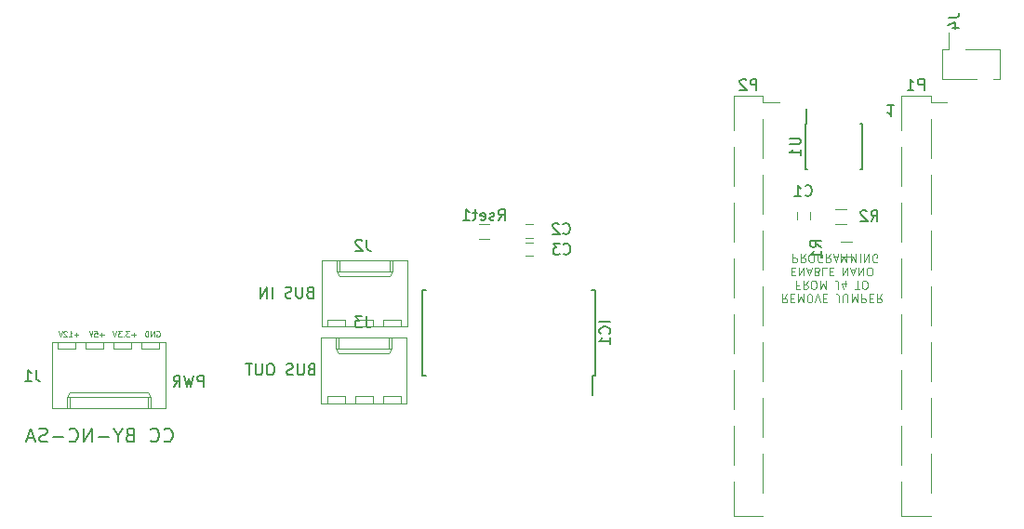
<source format=gbr>
G04 #@! TF.GenerationSoftware,KiCad,Pcbnew,(5.1.4-0-10_14)*
G04 #@! TF.CreationDate,2019-10-31T09:52:31+01:00*
G04 #@! TF.ProjectId,EWI_Left,4557495f-4c65-4667-942e-6b696361645f,-*
G04 #@! TF.SameCoordinates,Original*
G04 #@! TF.FileFunction,Legend,Bot*
G04 #@! TF.FilePolarity,Positive*
%FSLAX46Y46*%
G04 Gerber Fmt 4.6, Leading zero omitted, Abs format (unit mm)*
G04 Created by KiCad (PCBNEW (5.1.4-0-10_14)) date 2019-10-31 09:52:31*
%MOMM*%
%LPD*%
G04 APERTURE LIST*
%ADD10C,0.200000*%
%ADD11C,0.100000*%
%ADD12C,0.150000*%
%ADD13C,0.120000*%
G04 APERTURE END LIST*
D10*
X59393333Y-67816428D02*
X59452857Y-67875952D01*
X59631428Y-67935476D01*
X59750476Y-67935476D01*
X59929047Y-67875952D01*
X60048095Y-67756904D01*
X60107619Y-67637857D01*
X60167142Y-67399761D01*
X60167142Y-67221190D01*
X60107619Y-66983095D01*
X60048095Y-66864047D01*
X59929047Y-66745000D01*
X59750476Y-66685476D01*
X59631428Y-66685476D01*
X59452857Y-66745000D01*
X59393333Y-66804523D01*
X58143333Y-67816428D02*
X58202857Y-67875952D01*
X58381428Y-67935476D01*
X58500476Y-67935476D01*
X58679047Y-67875952D01*
X58798095Y-67756904D01*
X58857619Y-67637857D01*
X58917142Y-67399761D01*
X58917142Y-67221190D01*
X58857619Y-66983095D01*
X58798095Y-66864047D01*
X58679047Y-66745000D01*
X58500476Y-66685476D01*
X58381428Y-66685476D01*
X58202857Y-66745000D01*
X58143333Y-66804523D01*
X56238571Y-67280714D02*
X56060000Y-67340238D01*
X56000476Y-67399761D01*
X55940952Y-67518809D01*
X55940952Y-67697380D01*
X56000476Y-67816428D01*
X56060000Y-67875952D01*
X56179047Y-67935476D01*
X56655238Y-67935476D01*
X56655238Y-66685476D01*
X56238571Y-66685476D01*
X56119523Y-66745000D01*
X56060000Y-66804523D01*
X56000476Y-66923571D01*
X56000476Y-67042619D01*
X56060000Y-67161666D01*
X56119523Y-67221190D01*
X56238571Y-67280714D01*
X56655238Y-67280714D01*
X55167142Y-67340238D02*
X55167142Y-67935476D01*
X55583809Y-66685476D02*
X55167142Y-67340238D01*
X54750476Y-66685476D01*
X54333809Y-67459285D02*
X53381428Y-67459285D01*
X52786190Y-67935476D02*
X52786190Y-66685476D01*
X52071904Y-67935476D01*
X52071904Y-66685476D01*
X50762380Y-67816428D02*
X50821904Y-67875952D01*
X51000476Y-67935476D01*
X51119523Y-67935476D01*
X51298095Y-67875952D01*
X51417142Y-67756904D01*
X51476666Y-67637857D01*
X51536190Y-67399761D01*
X51536190Y-67221190D01*
X51476666Y-66983095D01*
X51417142Y-66864047D01*
X51298095Y-66745000D01*
X51119523Y-66685476D01*
X51000476Y-66685476D01*
X50821904Y-66745000D01*
X50762380Y-66804523D01*
X50226666Y-67459285D02*
X49274285Y-67459285D01*
X48738571Y-67875952D02*
X48560000Y-67935476D01*
X48262380Y-67935476D01*
X48143333Y-67875952D01*
X48083809Y-67816428D01*
X48024285Y-67697380D01*
X48024285Y-67578333D01*
X48083809Y-67459285D01*
X48143333Y-67399761D01*
X48262380Y-67340238D01*
X48500476Y-67280714D01*
X48619523Y-67221190D01*
X48679047Y-67161666D01*
X48738571Y-67042619D01*
X48738571Y-66923571D01*
X48679047Y-66804523D01*
X48619523Y-66745000D01*
X48500476Y-66685476D01*
X48202857Y-66685476D01*
X48024285Y-66745000D01*
X47548095Y-67578333D02*
X46952857Y-67578333D01*
X47667142Y-67935476D02*
X47250476Y-66685476D01*
X46833809Y-67935476D01*
D11*
X116062857Y-54478214D02*
X115812857Y-54835357D01*
X115634285Y-54478214D02*
X115634285Y-55228214D01*
X115920000Y-55228214D01*
X115991428Y-55192500D01*
X116027142Y-55156785D01*
X116062857Y-55085357D01*
X116062857Y-54978214D01*
X116027142Y-54906785D01*
X115991428Y-54871071D01*
X115920000Y-54835357D01*
X115634285Y-54835357D01*
X116384285Y-54871071D02*
X116634285Y-54871071D01*
X116741428Y-54478214D02*
X116384285Y-54478214D01*
X116384285Y-55228214D01*
X116741428Y-55228214D01*
X117062857Y-54478214D02*
X117062857Y-55228214D01*
X117312857Y-54692500D01*
X117562857Y-55228214D01*
X117562857Y-54478214D01*
X118062857Y-55228214D02*
X118205714Y-55228214D01*
X118277142Y-55192500D01*
X118348571Y-55121071D01*
X118384285Y-54978214D01*
X118384285Y-54728214D01*
X118348571Y-54585357D01*
X118277142Y-54513928D01*
X118205714Y-54478214D01*
X118062857Y-54478214D01*
X117991428Y-54513928D01*
X117920000Y-54585357D01*
X117884285Y-54728214D01*
X117884285Y-54978214D01*
X117920000Y-55121071D01*
X117991428Y-55192500D01*
X118062857Y-55228214D01*
X118598571Y-55228214D02*
X118848571Y-54478214D01*
X119098571Y-55228214D01*
X119348571Y-54871071D02*
X119598571Y-54871071D01*
X119705714Y-54478214D02*
X119348571Y-54478214D01*
X119348571Y-55228214D01*
X119705714Y-55228214D01*
X120812857Y-55228214D02*
X120812857Y-54692500D01*
X120777142Y-54585357D01*
X120705714Y-54513928D01*
X120598571Y-54478214D01*
X120527142Y-54478214D01*
X121170000Y-55228214D02*
X121170000Y-54621071D01*
X121205714Y-54549642D01*
X121241428Y-54513928D01*
X121312857Y-54478214D01*
X121455714Y-54478214D01*
X121527142Y-54513928D01*
X121562857Y-54549642D01*
X121598571Y-54621071D01*
X121598571Y-55228214D01*
X121955714Y-54478214D02*
X121955714Y-55228214D01*
X122205714Y-54692500D01*
X122455714Y-55228214D01*
X122455714Y-54478214D01*
X122812857Y-54478214D02*
X122812857Y-55228214D01*
X123098571Y-55228214D01*
X123170000Y-55192500D01*
X123205714Y-55156785D01*
X123241428Y-55085357D01*
X123241428Y-54978214D01*
X123205714Y-54906785D01*
X123170000Y-54871071D01*
X123098571Y-54835357D01*
X122812857Y-54835357D01*
X123562857Y-54871071D02*
X123812857Y-54871071D01*
X123920000Y-54478214D02*
X123562857Y-54478214D01*
X123562857Y-55228214D01*
X123920000Y-55228214D01*
X124670000Y-54478214D02*
X124420000Y-54835357D01*
X124241428Y-54478214D02*
X124241428Y-55228214D01*
X124527142Y-55228214D01*
X124598571Y-55192500D01*
X124634285Y-55156785D01*
X124670000Y-55085357D01*
X124670000Y-54978214D01*
X124634285Y-54906785D01*
X124598571Y-54871071D01*
X124527142Y-54835357D01*
X124241428Y-54835357D01*
X117152142Y-53646071D02*
X116902142Y-53646071D01*
X116902142Y-53253214D02*
X116902142Y-54003214D01*
X117259285Y-54003214D01*
X117973571Y-53253214D02*
X117723571Y-53610357D01*
X117545000Y-53253214D02*
X117545000Y-54003214D01*
X117830714Y-54003214D01*
X117902142Y-53967500D01*
X117937857Y-53931785D01*
X117973571Y-53860357D01*
X117973571Y-53753214D01*
X117937857Y-53681785D01*
X117902142Y-53646071D01*
X117830714Y-53610357D01*
X117545000Y-53610357D01*
X118437857Y-54003214D02*
X118580714Y-54003214D01*
X118652142Y-53967500D01*
X118723571Y-53896071D01*
X118759285Y-53753214D01*
X118759285Y-53503214D01*
X118723571Y-53360357D01*
X118652142Y-53288928D01*
X118580714Y-53253214D01*
X118437857Y-53253214D01*
X118366428Y-53288928D01*
X118295000Y-53360357D01*
X118259285Y-53503214D01*
X118259285Y-53753214D01*
X118295000Y-53896071D01*
X118366428Y-53967500D01*
X118437857Y-54003214D01*
X119080714Y-53253214D02*
X119080714Y-54003214D01*
X119330714Y-53467500D01*
X119580714Y-54003214D01*
X119580714Y-53253214D01*
X120723571Y-54003214D02*
X120723571Y-53467500D01*
X120687857Y-53360357D01*
X120616428Y-53288928D01*
X120509285Y-53253214D01*
X120437857Y-53253214D01*
X121402142Y-53753214D02*
X121402142Y-53253214D01*
X121223571Y-54038928D02*
X121045000Y-53503214D01*
X121509285Y-53503214D01*
X122259285Y-54003214D02*
X122687857Y-54003214D01*
X122473571Y-53253214D02*
X122473571Y-54003214D01*
X123080714Y-54003214D02*
X123223571Y-54003214D01*
X123295000Y-53967500D01*
X123366428Y-53896071D01*
X123402142Y-53753214D01*
X123402142Y-53503214D01*
X123366428Y-53360357D01*
X123295000Y-53288928D01*
X123223571Y-53253214D01*
X123080714Y-53253214D01*
X123009285Y-53288928D01*
X122937857Y-53360357D01*
X122902142Y-53503214D01*
X122902142Y-53753214D01*
X122937857Y-53896071D01*
X123009285Y-53967500D01*
X123080714Y-54003214D01*
X116455714Y-52421071D02*
X116705714Y-52421071D01*
X116812857Y-52028214D02*
X116455714Y-52028214D01*
X116455714Y-52778214D01*
X116812857Y-52778214D01*
X117134285Y-52028214D02*
X117134285Y-52778214D01*
X117562857Y-52028214D01*
X117562857Y-52778214D01*
X117884285Y-52242500D02*
X118241428Y-52242500D01*
X117812857Y-52028214D02*
X118062857Y-52778214D01*
X118312857Y-52028214D01*
X118812857Y-52421071D02*
X118920000Y-52385357D01*
X118955714Y-52349642D01*
X118991428Y-52278214D01*
X118991428Y-52171071D01*
X118955714Y-52099642D01*
X118920000Y-52063928D01*
X118848571Y-52028214D01*
X118562857Y-52028214D01*
X118562857Y-52778214D01*
X118812857Y-52778214D01*
X118884285Y-52742500D01*
X118920000Y-52706785D01*
X118955714Y-52635357D01*
X118955714Y-52563928D01*
X118920000Y-52492500D01*
X118884285Y-52456785D01*
X118812857Y-52421071D01*
X118562857Y-52421071D01*
X119670000Y-52028214D02*
X119312857Y-52028214D01*
X119312857Y-52778214D01*
X119920000Y-52421071D02*
X120170000Y-52421071D01*
X120277142Y-52028214D02*
X119920000Y-52028214D01*
X119920000Y-52778214D01*
X120277142Y-52778214D01*
X121170000Y-52028214D02*
X121170000Y-52778214D01*
X121598571Y-52028214D01*
X121598571Y-52778214D01*
X121920000Y-52242500D02*
X122277142Y-52242500D01*
X121848571Y-52028214D02*
X122098571Y-52778214D01*
X122348571Y-52028214D01*
X122598571Y-52028214D02*
X122598571Y-52778214D01*
X123027142Y-52028214D01*
X123027142Y-52778214D01*
X123527142Y-52778214D02*
X123670000Y-52778214D01*
X123741428Y-52742500D01*
X123812857Y-52671071D01*
X123848571Y-52528214D01*
X123848571Y-52278214D01*
X123812857Y-52135357D01*
X123741428Y-52063928D01*
X123670000Y-52028214D01*
X123527142Y-52028214D01*
X123455714Y-52063928D01*
X123384285Y-52135357D01*
X123348571Y-52278214D01*
X123348571Y-52528214D01*
X123384285Y-52671071D01*
X123455714Y-52742500D01*
X123527142Y-52778214D01*
X116580714Y-50803214D02*
X116580714Y-51553214D01*
X116866428Y-51553214D01*
X116937857Y-51517500D01*
X116973571Y-51481785D01*
X117009285Y-51410357D01*
X117009285Y-51303214D01*
X116973571Y-51231785D01*
X116937857Y-51196071D01*
X116866428Y-51160357D01*
X116580714Y-51160357D01*
X117759285Y-50803214D02*
X117509285Y-51160357D01*
X117330714Y-50803214D02*
X117330714Y-51553214D01*
X117616428Y-51553214D01*
X117687857Y-51517500D01*
X117723571Y-51481785D01*
X117759285Y-51410357D01*
X117759285Y-51303214D01*
X117723571Y-51231785D01*
X117687857Y-51196071D01*
X117616428Y-51160357D01*
X117330714Y-51160357D01*
X118223571Y-51553214D02*
X118366428Y-51553214D01*
X118437857Y-51517500D01*
X118509285Y-51446071D01*
X118545000Y-51303214D01*
X118545000Y-51053214D01*
X118509285Y-50910357D01*
X118437857Y-50838928D01*
X118366428Y-50803214D01*
X118223571Y-50803214D01*
X118152142Y-50838928D01*
X118080714Y-50910357D01*
X118045000Y-51053214D01*
X118045000Y-51303214D01*
X118080714Y-51446071D01*
X118152142Y-51517500D01*
X118223571Y-51553214D01*
X119259285Y-51517500D02*
X119187857Y-51553214D01*
X119080714Y-51553214D01*
X118973571Y-51517500D01*
X118902142Y-51446071D01*
X118866428Y-51374642D01*
X118830714Y-51231785D01*
X118830714Y-51124642D01*
X118866428Y-50981785D01*
X118902142Y-50910357D01*
X118973571Y-50838928D01*
X119080714Y-50803214D01*
X119152142Y-50803214D01*
X119259285Y-50838928D01*
X119295000Y-50874642D01*
X119295000Y-51124642D01*
X119152142Y-51124642D01*
X120045000Y-50803214D02*
X119795000Y-51160357D01*
X119616428Y-50803214D02*
X119616428Y-51553214D01*
X119902142Y-51553214D01*
X119973571Y-51517500D01*
X120009285Y-51481785D01*
X120045000Y-51410357D01*
X120045000Y-51303214D01*
X120009285Y-51231785D01*
X119973571Y-51196071D01*
X119902142Y-51160357D01*
X119616428Y-51160357D01*
X120330714Y-51017500D02*
X120687857Y-51017500D01*
X120259285Y-50803214D02*
X120509285Y-51553214D01*
X120759285Y-50803214D01*
X121009285Y-50803214D02*
X121009285Y-51553214D01*
X121259285Y-51017500D01*
X121509285Y-51553214D01*
X121509285Y-50803214D01*
X121866428Y-50803214D02*
X121866428Y-51553214D01*
X122116428Y-51017500D01*
X122366428Y-51553214D01*
X122366428Y-50803214D01*
X122723571Y-50803214D02*
X122723571Y-51553214D01*
X123080714Y-50803214D02*
X123080714Y-51553214D01*
X123509285Y-50803214D01*
X123509285Y-51553214D01*
X124259285Y-51517500D02*
X124187857Y-51553214D01*
X124080714Y-51553214D01*
X123973571Y-51517500D01*
X123902142Y-51446071D01*
X123866428Y-51374642D01*
X123830714Y-51231785D01*
X123830714Y-51124642D01*
X123866428Y-50981785D01*
X123902142Y-50910357D01*
X123973571Y-50838928D01*
X124080714Y-50803214D01*
X124152142Y-50803214D01*
X124259285Y-50838928D01*
X124295000Y-50874642D01*
X124295000Y-51124642D01*
X124152142Y-51124642D01*
X58700952Y-57862000D02*
X58748571Y-57838190D01*
X58820000Y-57838190D01*
X58891428Y-57862000D01*
X58939047Y-57909619D01*
X58962857Y-57957238D01*
X58986666Y-58052476D01*
X58986666Y-58123904D01*
X58962857Y-58219142D01*
X58939047Y-58266761D01*
X58891428Y-58314380D01*
X58820000Y-58338190D01*
X58772380Y-58338190D01*
X58700952Y-58314380D01*
X58677142Y-58290571D01*
X58677142Y-58123904D01*
X58772380Y-58123904D01*
X58462857Y-58338190D02*
X58462857Y-57838190D01*
X58177142Y-58338190D01*
X58177142Y-57838190D01*
X57939047Y-58338190D02*
X57939047Y-57838190D01*
X57820000Y-57838190D01*
X57748571Y-57862000D01*
X57700952Y-57909619D01*
X57677142Y-57957238D01*
X57653333Y-58052476D01*
X57653333Y-58123904D01*
X57677142Y-58219142D01*
X57700952Y-58266761D01*
X57748571Y-58314380D01*
X57820000Y-58338190D01*
X57939047Y-58338190D01*
X56780000Y-58147714D02*
X56399047Y-58147714D01*
X56589523Y-58338190D02*
X56589523Y-57957238D01*
X56208571Y-57838190D02*
X55899047Y-57838190D01*
X56065714Y-58028666D01*
X55994285Y-58028666D01*
X55946666Y-58052476D01*
X55922857Y-58076285D01*
X55899047Y-58123904D01*
X55899047Y-58242952D01*
X55922857Y-58290571D01*
X55946666Y-58314380D01*
X55994285Y-58338190D01*
X56137142Y-58338190D01*
X56184761Y-58314380D01*
X56208571Y-58290571D01*
X55684761Y-58290571D02*
X55660952Y-58314380D01*
X55684761Y-58338190D01*
X55708571Y-58314380D01*
X55684761Y-58290571D01*
X55684761Y-58338190D01*
X55494285Y-57838190D02*
X55184761Y-57838190D01*
X55351428Y-58028666D01*
X55280000Y-58028666D01*
X55232380Y-58052476D01*
X55208571Y-58076285D01*
X55184761Y-58123904D01*
X55184761Y-58242952D01*
X55208571Y-58290571D01*
X55232380Y-58314380D01*
X55280000Y-58338190D01*
X55422857Y-58338190D01*
X55470476Y-58314380D01*
X55494285Y-58290571D01*
X55041904Y-57838190D02*
X54875238Y-58338190D01*
X54708571Y-57838190D01*
X53882857Y-58147714D02*
X53501904Y-58147714D01*
X53692380Y-58338190D02*
X53692380Y-57957238D01*
X53025714Y-57838190D02*
X53263809Y-57838190D01*
X53287619Y-58076285D01*
X53263809Y-58052476D01*
X53216190Y-58028666D01*
X53097142Y-58028666D01*
X53049523Y-58052476D01*
X53025714Y-58076285D01*
X53001904Y-58123904D01*
X53001904Y-58242952D01*
X53025714Y-58290571D01*
X53049523Y-58314380D01*
X53097142Y-58338190D01*
X53216190Y-58338190D01*
X53263809Y-58314380D01*
X53287619Y-58290571D01*
X52859047Y-57838190D02*
X52692380Y-58338190D01*
X52525714Y-57838190D01*
X51580952Y-58147714D02*
X51200000Y-58147714D01*
X51390476Y-58338190D02*
X51390476Y-57957238D01*
X50700000Y-58338190D02*
X50985714Y-58338190D01*
X50842857Y-58338190D02*
X50842857Y-57838190D01*
X50890476Y-57909619D01*
X50938095Y-57957238D01*
X50985714Y-57981047D01*
X50509523Y-57885809D02*
X50485714Y-57862000D01*
X50438095Y-57838190D01*
X50319047Y-57838190D01*
X50271428Y-57862000D01*
X50247619Y-57885809D01*
X50223809Y-57933428D01*
X50223809Y-57981047D01*
X50247619Y-58052476D01*
X50533333Y-58338190D01*
X50223809Y-58338190D01*
X50080952Y-57838190D02*
X49914285Y-58338190D01*
X49747619Y-57838190D01*
D12*
X125815190Y-37236827D02*
X125243761Y-37236827D01*
X125529476Y-37236827D02*
X125529476Y-38236827D01*
X125434237Y-38093969D01*
X125338999Y-37998731D01*
X125243761Y-37951112D01*
D13*
X59510000Y-58850000D02*
X59510000Y-64850000D01*
X59510000Y-64850000D02*
X49150000Y-64850000D01*
X49150000Y-64850000D02*
X49150000Y-58850000D01*
X49150000Y-58850000D02*
X59510000Y-58850000D01*
X58140000Y-64850000D02*
X58140000Y-63850000D01*
X58140000Y-63850000D02*
X50520000Y-63850000D01*
X50520000Y-63850000D02*
X50520000Y-64850000D01*
X58140000Y-63850000D02*
X57890000Y-63420000D01*
X57890000Y-63420000D02*
X50770000Y-63420000D01*
X50770000Y-63420000D02*
X50520000Y-63850000D01*
X57890000Y-64850000D02*
X57890000Y-63850000D01*
X50770000Y-64850000D02*
X50770000Y-63850000D01*
X58940000Y-58850000D02*
X58940000Y-59470000D01*
X58940000Y-59470000D02*
X57340000Y-59470000D01*
X57340000Y-59470000D02*
X57340000Y-58850000D01*
X56400000Y-58850000D02*
X56400000Y-59470000D01*
X56400000Y-59470000D02*
X54800000Y-59470000D01*
X54800000Y-59470000D02*
X54800000Y-58850000D01*
X53860000Y-58850000D02*
X53860000Y-59470000D01*
X53860000Y-59470000D02*
X52260000Y-59470000D01*
X52260000Y-59470000D02*
X52260000Y-58850000D01*
X51320000Y-58850000D02*
X51320000Y-59470000D01*
X51320000Y-59470000D02*
X49720000Y-59470000D01*
X49720000Y-59470000D02*
X49720000Y-58850000D01*
X116960000Y-46970000D02*
X116960000Y-47670000D01*
X118160000Y-47670000D02*
X118160000Y-46970000D01*
X121960000Y-49690000D02*
X120960000Y-49690000D01*
X120960000Y-51050000D02*
X121960000Y-51050000D01*
D12*
X117768671Y-38958601D02*
X117818671Y-38958601D01*
X117768671Y-43108601D02*
X117913671Y-43108601D01*
X122918671Y-43108601D02*
X122773671Y-43108601D01*
X122918671Y-38958601D02*
X122773671Y-38958601D01*
X117768671Y-38958601D02*
X117768671Y-43108601D01*
X122918671Y-38958601D02*
X122918671Y-43108601D01*
X117818671Y-38958601D02*
X117818671Y-37558601D01*
D13*
X73690000Y-57390000D02*
X73690000Y-51390000D01*
X73690000Y-51390000D02*
X81510000Y-51390000D01*
X81510000Y-51390000D02*
X81510000Y-57390000D01*
X81510000Y-57390000D02*
X73690000Y-57390000D01*
X75060000Y-51390000D02*
X75060000Y-52390000D01*
X75060000Y-52390000D02*
X80140000Y-52390000D01*
X80140000Y-52390000D02*
X80140000Y-51390000D01*
X75060000Y-52390000D02*
X75310000Y-52820000D01*
X75310000Y-52820000D02*
X79890000Y-52820000D01*
X79890000Y-52820000D02*
X80140000Y-52390000D01*
X75310000Y-51390000D02*
X75310000Y-52390000D01*
X79890000Y-51390000D02*
X79890000Y-52390000D01*
X74260000Y-57390000D02*
X74260000Y-56770000D01*
X74260000Y-56770000D02*
X75860000Y-56770000D01*
X75860000Y-56770000D02*
X75860000Y-57390000D01*
X76800000Y-57390000D02*
X76800000Y-56770000D01*
X76800000Y-56770000D02*
X78400000Y-56770000D01*
X78400000Y-56770000D02*
X78400000Y-57390000D01*
X79340000Y-57390000D02*
X79340000Y-56770000D01*
X79340000Y-56770000D02*
X80940000Y-56770000D01*
X80940000Y-56770000D02*
X80940000Y-57390000D01*
X73650000Y-64390000D02*
X73650000Y-58390000D01*
X73650000Y-58390000D02*
X81470000Y-58390000D01*
X81470000Y-58390000D02*
X81470000Y-64390000D01*
X81470000Y-64390000D02*
X73650000Y-64390000D01*
X75020000Y-58390000D02*
X75020000Y-59390000D01*
X75020000Y-59390000D02*
X80100000Y-59390000D01*
X80100000Y-59390000D02*
X80100000Y-58390000D01*
X75020000Y-59390000D02*
X75270000Y-59820000D01*
X75270000Y-59820000D02*
X79850000Y-59820000D01*
X79850000Y-59820000D02*
X80100000Y-59390000D01*
X75270000Y-58390000D02*
X75270000Y-59390000D01*
X79850000Y-58390000D02*
X79850000Y-59390000D01*
X74220000Y-64390000D02*
X74220000Y-63770000D01*
X74220000Y-63770000D02*
X75820000Y-63770000D01*
X75820000Y-63770000D02*
X75820000Y-64390000D01*
X76760000Y-64390000D02*
X76760000Y-63770000D01*
X76760000Y-63770000D02*
X78360000Y-63770000D01*
X78360000Y-63770000D02*
X78360000Y-64390000D01*
X79300000Y-64390000D02*
X79300000Y-63770000D01*
X79300000Y-63770000D02*
X80900000Y-63770000D01*
X80900000Y-63770000D02*
X80900000Y-64390000D01*
X92230000Y-49320000D02*
X92930000Y-49320000D01*
X92930000Y-48120000D02*
X92230000Y-48120000D01*
X92260000Y-51000000D02*
X92960000Y-51000000D01*
X92960000Y-49800000D02*
X92260000Y-49800000D01*
D12*
X98620000Y-61865000D02*
X98345000Y-61865000D01*
X98620000Y-54115000D02*
X98255000Y-54115000D01*
X82870000Y-54115000D02*
X83235000Y-54115000D01*
X82870000Y-61865000D02*
X83235000Y-61865000D01*
X98620000Y-61865000D02*
X98620000Y-54115000D01*
X82870000Y-61865000D02*
X82870000Y-54115000D01*
X98345000Y-61865000D02*
X98345000Y-63690000D01*
D13*
X121460000Y-46690000D02*
X120460000Y-46690000D01*
X120460000Y-48050000D02*
X121460000Y-48050000D01*
X88010000Y-49420000D02*
X89010000Y-49420000D01*
X89010000Y-48060000D02*
X88010000Y-48060000D01*
X129145000Y-36420000D02*
X126485000Y-36420000D01*
X129145000Y-74640000D02*
X126485000Y-74640000D01*
X126485000Y-36420000D02*
X126485000Y-39530000D01*
X129145000Y-36990000D02*
X130665000Y-36990000D01*
X129145000Y-36420000D02*
X129145000Y-36990000D01*
X126485000Y-74070000D02*
X126485000Y-74640000D01*
X126485000Y-41050000D02*
X126485000Y-44610000D01*
X126485000Y-46130000D02*
X126485000Y-49690000D01*
X126485000Y-51210000D02*
X126485000Y-54770000D01*
X126485000Y-56290000D02*
X126485000Y-59850000D01*
X126485000Y-61370000D02*
X126485000Y-64930000D01*
X126485000Y-66450000D02*
X126485000Y-70010000D01*
X126485000Y-71530000D02*
X126485000Y-74640000D01*
X129145000Y-38510000D02*
X129145000Y-42070000D01*
X129145000Y-43590000D02*
X129145000Y-47150000D01*
X129145000Y-48670000D02*
X129145000Y-52230000D01*
X129145000Y-53750000D02*
X129145000Y-57310000D01*
X129145000Y-58830000D02*
X129145000Y-62390000D01*
X129145000Y-63910000D02*
X129145000Y-67470000D01*
X129145000Y-68990000D02*
X129145000Y-72550000D01*
X113900000Y-36430000D02*
X111240000Y-36430000D01*
X113900000Y-74650000D02*
X111240000Y-74650000D01*
X111240000Y-36430000D02*
X111240000Y-39540000D01*
X113900000Y-37000000D02*
X115420000Y-37000000D01*
X113900000Y-36430000D02*
X113900000Y-37000000D01*
X111240000Y-74080000D02*
X111240000Y-74650000D01*
X111240000Y-41060000D02*
X111240000Y-44620000D01*
X111240000Y-46140000D02*
X111240000Y-49700000D01*
X111240000Y-51220000D02*
X111240000Y-54780000D01*
X111240000Y-56300000D02*
X111240000Y-59860000D01*
X111240000Y-61380000D02*
X111240000Y-64940000D01*
X111240000Y-66460000D02*
X111240000Y-70020000D01*
X111240000Y-71540000D02*
X111240000Y-74650000D01*
X113900000Y-38520000D02*
X113900000Y-42080000D01*
X113900000Y-43600000D02*
X113900000Y-47160000D01*
X113900000Y-48680000D02*
X113900000Y-52240000D01*
X113900000Y-53760000D02*
X113900000Y-57320000D01*
X113900000Y-58840000D02*
X113900000Y-62400000D01*
X113900000Y-63920000D02*
X113900000Y-67480000D01*
X113900000Y-69000000D02*
X113900000Y-72560000D01*
X130230000Y-32195000D02*
X130230000Y-34855000D01*
X135430000Y-32195000D02*
X135430000Y-34855000D01*
X130230000Y-34855000D02*
X133340000Y-34855000D01*
X130800000Y-32195000D02*
X130800000Y-30675000D01*
X130230000Y-32195000D02*
X130800000Y-32195000D01*
X134860000Y-34855000D02*
X135430000Y-34855000D01*
X132320000Y-32195000D02*
X135430000Y-32195000D01*
D12*
X47731333Y-61374380D02*
X47731333Y-62088666D01*
X47778952Y-62231523D01*
X47874190Y-62326761D01*
X48017047Y-62374380D01*
X48112285Y-62374380D01*
X46731333Y-62374380D02*
X47302761Y-62374380D01*
X47017047Y-62374380D02*
X47017047Y-61374380D01*
X47112285Y-61517238D01*
X47207523Y-61612476D01*
X47302761Y-61660095D01*
X62955333Y-62882380D02*
X62955333Y-61882380D01*
X62574380Y-61882380D01*
X62479142Y-61930000D01*
X62431523Y-61977619D01*
X62383904Y-62072857D01*
X62383904Y-62215714D01*
X62431523Y-62310952D01*
X62479142Y-62358571D01*
X62574380Y-62406190D01*
X62955333Y-62406190D01*
X62050571Y-61882380D02*
X61812476Y-62882380D01*
X61622000Y-62168095D01*
X61431523Y-62882380D01*
X61193428Y-61882380D01*
X60241047Y-62882380D02*
X60574380Y-62406190D01*
X60812476Y-62882380D02*
X60812476Y-61882380D01*
X60431523Y-61882380D01*
X60336285Y-61930000D01*
X60288666Y-61977619D01*
X60241047Y-62072857D01*
X60241047Y-62215714D01*
X60288666Y-62310952D01*
X60336285Y-62358571D01*
X60431523Y-62406190D01*
X60812476Y-62406190D01*
X117726666Y-45452142D02*
X117774285Y-45499761D01*
X117917142Y-45547380D01*
X118012380Y-45547380D01*
X118155238Y-45499761D01*
X118250476Y-45404523D01*
X118298095Y-45309285D01*
X118345714Y-45118809D01*
X118345714Y-44975952D01*
X118298095Y-44785476D01*
X118250476Y-44690238D01*
X118155238Y-44595000D01*
X118012380Y-44547380D01*
X117917142Y-44547380D01*
X117774285Y-44595000D01*
X117726666Y-44642619D01*
X116774285Y-45547380D02*
X117345714Y-45547380D01*
X117060000Y-45547380D02*
X117060000Y-44547380D01*
X117155238Y-44690238D01*
X117250476Y-44785476D01*
X117345714Y-44833095D01*
X119202380Y-50203333D02*
X118726190Y-49870000D01*
X119202380Y-49631904D02*
X118202380Y-49631904D01*
X118202380Y-50012857D01*
X118250000Y-50108095D01*
X118297619Y-50155714D01*
X118392857Y-50203333D01*
X118535714Y-50203333D01*
X118630952Y-50155714D01*
X118678571Y-50108095D01*
X118726190Y-50012857D01*
X118726190Y-49631904D01*
X119202380Y-51155714D02*
X119202380Y-50584285D01*
X119202380Y-50870000D02*
X118202380Y-50870000D01*
X118345238Y-50774761D01*
X118440476Y-50679523D01*
X118488095Y-50584285D01*
X116296051Y-40271696D02*
X117105575Y-40271696D01*
X117200813Y-40319315D01*
X117248432Y-40366934D01*
X117296051Y-40462172D01*
X117296051Y-40652648D01*
X117248432Y-40747886D01*
X117200813Y-40795505D01*
X117105575Y-40843124D01*
X116296051Y-40843124D01*
X117296051Y-41843124D02*
X117296051Y-41271696D01*
X117296051Y-41557410D02*
X116296051Y-41557410D01*
X116438909Y-41462172D01*
X116534147Y-41366934D01*
X116581766Y-41271696D01*
X77806333Y-49504380D02*
X77806333Y-50218666D01*
X77853952Y-50361523D01*
X77949190Y-50456761D01*
X78092047Y-50504380D01*
X78187285Y-50504380D01*
X77377761Y-49599619D02*
X77330142Y-49552000D01*
X77234904Y-49504380D01*
X76996809Y-49504380D01*
X76901571Y-49552000D01*
X76853952Y-49599619D01*
X76806333Y-49694857D01*
X76806333Y-49790095D01*
X76853952Y-49932952D01*
X77425380Y-50504380D01*
X76806333Y-50504380D01*
X72631428Y-54298571D02*
X72488571Y-54346190D01*
X72440952Y-54393809D01*
X72393333Y-54489047D01*
X72393333Y-54631904D01*
X72440952Y-54727142D01*
X72488571Y-54774761D01*
X72583809Y-54822380D01*
X72964761Y-54822380D01*
X72964761Y-53822380D01*
X72631428Y-53822380D01*
X72536190Y-53870000D01*
X72488571Y-53917619D01*
X72440952Y-54012857D01*
X72440952Y-54108095D01*
X72488571Y-54203333D01*
X72536190Y-54250952D01*
X72631428Y-54298571D01*
X72964761Y-54298571D01*
X71964761Y-53822380D02*
X71964761Y-54631904D01*
X71917142Y-54727142D01*
X71869523Y-54774761D01*
X71774285Y-54822380D01*
X71583809Y-54822380D01*
X71488571Y-54774761D01*
X71440952Y-54727142D01*
X71393333Y-54631904D01*
X71393333Y-53822380D01*
X70964761Y-54774761D02*
X70821904Y-54822380D01*
X70583809Y-54822380D01*
X70488571Y-54774761D01*
X70440952Y-54727142D01*
X70393333Y-54631904D01*
X70393333Y-54536666D01*
X70440952Y-54441428D01*
X70488571Y-54393809D01*
X70583809Y-54346190D01*
X70774285Y-54298571D01*
X70869523Y-54250952D01*
X70917142Y-54203333D01*
X70964761Y-54108095D01*
X70964761Y-54012857D01*
X70917142Y-53917619D01*
X70869523Y-53870000D01*
X70774285Y-53822380D01*
X70536190Y-53822380D01*
X70393333Y-53870000D01*
X69202857Y-54822380D02*
X69202857Y-53822380D01*
X68726666Y-54822380D02*
X68726666Y-53822380D01*
X68155238Y-54822380D01*
X68155238Y-53822380D01*
X77766333Y-56504380D02*
X77766333Y-57218666D01*
X77813952Y-57361523D01*
X77909190Y-57456761D01*
X78052047Y-57504380D01*
X78147285Y-57504380D01*
X77385380Y-56504380D02*
X76766333Y-56504380D01*
X77099666Y-56885333D01*
X76956809Y-56885333D01*
X76861571Y-56932952D01*
X76813952Y-56980571D01*
X76766333Y-57075809D01*
X76766333Y-57313904D01*
X76813952Y-57409142D01*
X76861571Y-57456761D01*
X76956809Y-57504380D01*
X77242523Y-57504380D01*
X77337761Y-57456761D01*
X77385380Y-57409142D01*
X72758095Y-61298571D02*
X72615238Y-61346190D01*
X72567619Y-61393809D01*
X72520000Y-61489047D01*
X72520000Y-61631904D01*
X72567619Y-61727142D01*
X72615238Y-61774761D01*
X72710476Y-61822380D01*
X73091428Y-61822380D01*
X73091428Y-60822380D01*
X72758095Y-60822380D01*
X72662857Y-60870000D01*
X72615238Y-60917619D01*
X72567619Y-61012857D01*
X72567619Y-61108095D01*
X72615238Y-61203333D01*
X72662857Y-61250952D01*
X72758095Y-61298571D01*
X73091428Y-61298571D01*
X72091428Y-60822380D02*
X72091428Y-61631904D01*
X72043809Y-61727142D01*
X71996190Y-61774761D01*
X71900952Y-61822380D01*
X71710476Y-61822380D01*
X71615238Y-61774761D01*
X71567619Y-61727142D01*
X71520000Y-61631904D01*
X71520000Y-60822380D01*
X71091428Y-61774761D02*
X70948571Y-61822380D01*
X70710476Y-61822380D01*
X70615238Y-61774761D01*
X70567619Y-61727142D01*
X70520000Y-61631904D01*
X70520000Y-61536666D01*
X70567619Y-61441428D01*
X70615238Y-61393809D01*
X70710476Y-61346190D01*
X70900952Y-61298571D01*
X70996190Y-61250952D01*
X71043809Y-61203333D01*
X71091428Y-61108095D01*
X71091428Y-61012857D01*
X71043809Y-60917619D01*
X70996190Y-60870000D01*
X70900952Y-60822380D01*
X70662857Y-60822380D01*
X70520000Y-60870000D01*
X69139047Y-60822380D02*
X68948571Y-60822380D01*
X68853333Y-60870000D01*
X68758095Y-60965238D01*
X68710476Y-61155714D01*
X68710476Y-61489047D01*
X68758095Y-61679523D01*
X68853333Y-61774761D01*
X68948571Y-61822380D01*
X69139047Y-61822380D01*
X69234285Y-61774761D01*
X69329523Y-61679523D01*
X69377142Y-61489047D01*
X69377142Y-61155714D01*
X69329523Y-60965238D01*
X69234285Y-60870000D01*
X69139047Y-60822380D01*
X68281904Y-60822380D02*
X68281904Y-61631904D01*
X68234285Y-61727142D01*
X68186666Y-61774761D01*
X68091428Y-61822380D01*
X67900952Y-61822380D01*
X67805714Y-61774761D01*
X67758095Y-61727142D01*
X67710476Y-61631904D01*
X67710476Y-60822380D01*
X67377142Y-60822380D02*
X66805714Y-60822380D01*
X67091428Y-61822380D02*
X67091428Y-60822380D01*
X95696666Y-48917142D02*
X95744285Y-48964761D01*
X95887142Y-49012380D01*
X95982380Y-49012380D01*
X96125238Y-48964761D01*
X96220476Y-48869523D01*
X96268095Y-48774285D01*
X96315714Y-48583809D01*
X96315714Y-48440952D01*
X96268095Y-48250476D01*
X96220476Y-48155238D01*
X96125238Y-48060000D01*
X95982380Y-48012380D01*
X95887142Y-48012380D01*
X95744285Y-48060000D01*
X95696666Y-48107619D01*
X95315714Y-48107619D02*
X95268095Y-48060000D01*
X95172857Y-48012380D01*
X94934761Y-48012380D01*
X94839523Y-48060000D01*
X94791904Y-48107619D01*
X94744285Y-48202857D01*
X94744285Y-48298095D01*
X94791904Y-48440952D01*
X95363333Y-49012380D01*
X94744285Y-49012380D01*
X95726666Y-50757142D02*
X95774285Y-50804761D01*
X95917142Y-50852380D01*
X96012380Y-50852380D01*
X96155238Y-50804761D01*
X96250476Y-50709523D01*
X96298095Y-50614285D01*
X96345714Y-50423809D01*
X96345714Y-50280952D01*
X96298095Y-50090476D01*
X96250476Y-49995238D01*
X96155238Y-49900000D01*
X96012380Y-49852380D01*
X95917142Y-49852380D01*
X95774285Y-49900000D01*
X95726666Y-49947619D01*
X95393333Y-49852380D02*
X94774285Y-49852380D01*
X95107619Y-50233333D01*
X94964761Y-50233333D01*
X94869523Y-50280952D01*
X94821904Y-50328571D01*
X94774285Y-50423809D01*
X94774285Y-50661904D01*
X94821904Y-50757142D01*
X94869523Y-50804761D01*
X94964761Y-50852380D01*
X95250476Y-50852380D01*
X95345714Y-50804761D01*
X95393333Y-50757142D01*
X99997380Y-57013809D02*
X98997380Y-57013809D01*
X99902142Y-58061428D02*
X99949761Y-58013809D01*
X99997380Y-57870952D01*
X99997380Y-57775714D01*
X99949761Y-57632857D01*
X99854523Y-57537619D01*
X99759285Y-57490000D01*
X99568809Y-57442380D01*
X99425952Y-57442380D01*
X99235476Y-57490000D01*
X99140238Y-57537619D01*
X99045000Y-57632857D01*
X98997380Y-57775714D01*
X98997380Y-57870952D01*
X99045000Y-58013809D01*
X99092619Y-58061428D01*
X99997380Y-59013809D02*
X99997380Y-58442380D01*
X99997380Y-58728095D02*
X98997380Y-58728095D01*
X99140238Y-58632857D01*
X99235476Y-58537619D01*
X99283095Y-58442380D01*
X123726666Y-47822380D02*
X124060000Y-47346190D01*
X124298095Y-47822380D02*
X124298095Y-46822380D01*
X123917142Y-46822380D01*
X123821904Y-46870000D01*
X123774285Y-46917619D01*
X123726666Y-47012857D01*
X123726666Y-47155714D01*
X123774285Y-47250952D01*
X123821904Y-47298571D01*
X123917142Y-47346190D01*
X124298095Y-47346190D01*
X123345714Y-46917619D02*
X123298095Y-46870000D01*
X123202857Y-46822380D01*
X122964761Y-46822380D01*
X122869523Y-46870000D01*
X122821904Y-46917619D01*
X122774285Y-47012857D01*
X122774285Y-47108095D01*
X122821904Y-47250952D01*
X123393333Y-47822380D01*
X122774285Y-47822380D01*
X89795714Y-47742380D02*
X90129047Y-47266190D01*
X90367142Y-47742380D02*
X90367142Y-46742380D01*
X89986190Y-46742380D01*
X89890952Y-46790000D01*
X89843333Y-46837619D01*
X89795714Y-46932857D01*
X89795714Y-47075714D01*
X89843333Y-47170952D01*
X89890952Y-47218571D01*
X89986190Y-47266190D01*
X90367142Y-47266190D01*
X89414761Y-47694761D02*
X89319523Y-47742380D01*
X89129047Y-47742380D01*
X89033809Y-47694761D01*
X88986190Y-47599523D01*
X88986190Y-47551904D01*
X89033809Y-47456666D01*
X89129047Y-47409047D01*
X89271904Y-47409047D01*
X89367142Y-47361428D01*
X89414761Y-47266190D01*
X89414761Y-47218571D01*
X89367142Y-47123333D01*
X89271904Y-47075714D01*
X89129047Y-47075714D01*
X89033809Y-47123333D01*
X88176666Y-47694761D02*
X88271904Y-47742380D01*
X88462380Y-47742380D01*
X88557619Y-47694761D01*
X88605238Y-47599523D01*
X88605238Y-47218571D01*
X88557619Y-47123333D01*
X88462380Y-47075714D01*
X88271904Y-47075714D01*
X88176666Y-47123333D01*
X88129047Y-47218571D01*
X88129047Y-47313809D01*
X88605238Y-47409047D01*
X87843333Y-47075714D02*
X87462380Y-47075714D01*
X87700476Y-46742380D02*
X87700476Y-47599523D01*
X87652857Y-47694761D01*
X87557619Y-47742380D01*
X87462380Y-47742380D01*
X86605238Y-47742380D02*
X87176666Y-47742380D01*
X86890952Y-47742380D02*
X86890952Y-46742380D01*
X86986190Y-46885238D01*
X87081428Y-46980476D01*
X87176666Y-47028095D01*
X128553095Y-35872380D02*
X128553095Y-34872380D01*
X128172142Y-34872380D01*
X128076904Y-34920000D01*
X128029285Y-34967619D01*
X127981666Y-35062857D01*
X127981666Y-35205714D01*
X128029285Y-35300952D01*
X128076904Y-35348571D01*
X128172142Y-35396190D01*
X128553095Y-35396190D01*
X127029285Y-35872380D02*
X127600714Y-35872380D01*
X127315000Y-35872380D02*
X127315000Y-34872380D01*
X127410238Y-35015238D01*
X127505476Y-35110476D01*
X127600714Y-35158095D01*
X113308095Y-35882380D02*
X113308095Y-34882380D01*
X112927142Y-34882380D01*
X112831904Y-34930000D01*
X112784285Y-34977619D01*
X112736666Y-35072857D01*
X112736666Y-35215714D01*
X112784285Y-35310952D01*
X112831904Y-35358571D01*
X112927142Y-35406190D01*
X113308095Y-35406190D01*
X112355714Y-34977619D02*
X112308095Y-34930000D01*
X112212857Y-34882380D01*
X111974761Y-34882380D01*
X111879523Y-34930000D01*
X111831904Y-34977619D01*
X111784285Y-35072857D01*
X111784285Y-35168095D01*
X111831904Y-35310952D01*
X112403333Y-35882380D01*
X111784285Y-35882380D01*
X130762380Y-29286666D02*
X131476666Y-29286666D01*
X131619523Y-29239047D01*
X131714761Y-29143809D01*
X131762380Y-29000952D01*
X131762380Y-28905714D01*
X131095714Y-30191428D02*
X131762380Y-30191428D01*
X130714761Y-29953333D02*
X131429047Y-29715238D01*
X131429047Y-30334285D01*
M02*

</source>
